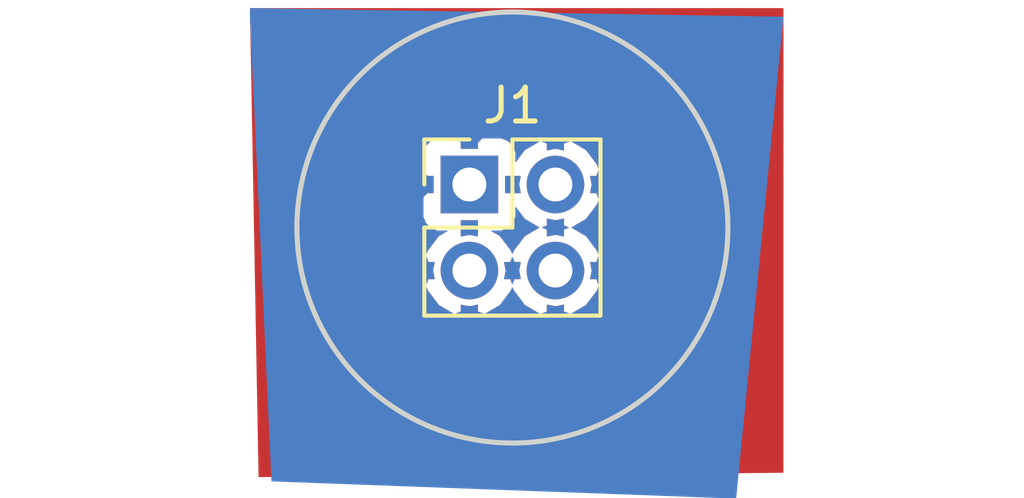
<source format=kicad_pcb>
(kicad_pcb (version 4) (host pcbnew 4.0.7)

  (general
    (links 0)
    (no_connects 0)
    (area 124.437379 88.115379 134.388621 98.066621)
    (thickness 1.6)
    (drawings 4)
    (tracks 0)
    (zones 0)
    (modules 1)
    (nets 1)
  )

  (page A4)
  (layers
    (0 F.Cu signal)
    (31 B.Cu signal)
    (32 B.Adhes user)
    (33 F.Adhes user)
    (34 B.Paste user)
    (35 F.Paste user)
    (36 B.SilkS user)
    (37 F.SilkS user)
    (38 B.Mask user)
    (39 F.Mask user)
    (40 Dwgs.User user)
    (41 Cmts.User user)
    (42 Eco1.User user)
    (43 Eco2.User user)
    (44 Edge.Cuts user)
    (45 Margin user)
    (46 B.CrtYd user)
    (47 F.CrtYd user)
    (48 B.Fab user)
    (49 F.Fab user)
  )

  (setup
    (last_trace_width 0.25)
    (trace_clearance 0.2)
    (zone_clearance 0)
    (zone_45_only no)
    (trace_min 0.2)
    (segment_width 0.2)
    (edge_width 0.15)
    (via_size 0.6)
    (via_drill 0.4)
    (via_min_size 0.4)
    (via_min_drill 0.3)
    (uvia_size 0.3)
    (uvia_drill 0.1)
    (uvias_allowed no)
    (uvia_min_size 0.2)
    (uvia_min_drill 0.1)
    (pcb_text_width 0.3)
    (pcb_text_size 1.5 1.5)
    (mod_edge_width 0.15)
    (mod_text_size 1 1)
    (mod_text_width 0.15)
    (pad_size 1.524 1.524)
    (pad_drill 0.762)
    (pad_to_mask_clearance 0.2)
    (aux_axis_origin 0 0)
    (visible_elements FFFFFF7F)
    (pcbplotparams
      (layerselection 0x00030_80000001)
      (usegerberextensions false)
      (excludeedgelayer true)
      (linewidth 0.100000)
      (plotframeref false)
      (viasonmask false)
      (mode 1)
      (useauxorigin false)
      (hpglpennumber 1)
      (hpglpenspeed 20)
      (hpglpendiameter 15)
      (hpglpenoverlay 2)
      (psnegative false)
      (psa4output false)
      (plotreference true)
      (plotvalue true)
      (plotinvisibletext false)
      (padsonsilk false)
      (subtractmaskfromsilk false)
      (outputformat 1)
      (mirror false)
      (drillshape 1)
      (scaleselection 1)
      (outputdirectory ""))
  )

  (net 0 "")

  (net_class Default "This is the default net class."
    (clearance 0.2)
    (trace_width 0.25)
    (via_dia 0.6)
    (via_drill 0.4)
    (uvia_dia 0.3)
    (uvia_drill 0.1)
  )

  (module Pin_Headers:Pin_Header_Straight_2x02_Pitch2.54mm (layer F.Cu) (tedit 5A0F13F6) (tstamp 5A0F1329)
    (at 128.143 91.694)
    (descr "Through hole straight pin header, 2x02, 2.54mm pitch, double rows")
    (tags "Through hole pin header THT 2x02 2.54mm double row")
    (fp_text reference J1 (at 1.27 -2.33) (layer F.SilkS)
      (effects (font (size 1 1) (thickness 0.15)))
    )
    (fp_text value Pin_Header_Straight_2x02_Pitch2.54mm (at 1.27 4.87) (layer F.Fab)
      (effects (font (size 1 1) (thickness 0.15)))
    )
    (fp_line (start 0 -1.27) (end 3.81 -1.27) (layer F.Fab) (width 0.1))
    (fp_line (start 3.81 -1.27) (end 3.81 3.81) (layer F.Fab) (width 0.1))
    (fp_line (start 3.81 3.81) (end -1.27 3.81) (layer F.Fab) (width 0.1))
    (fp_line (start -1.27 3.81) (end -1.27 0) (layer F.Fab) (width 0.1))
    (fp_line (start -1.27 0) (end 0 -1.27) (layer F.Fab) (width 0.1))
    (fp_line (start -1.33 3.87) (end 3.87 3.87) (layer F.SilkS) (width 0.12))
    (fp_line (start -1.33 1.27) (end -1.33 3.87) (layer F.SilkS) (width 0.12))
    (fp_line (start 3.87 -1.33) (end 3.87 3.87) (layer F.SilkS) (width 0.12))
    (fp_line (start -1.33 1.27) (end 1.27 1.27) (layer F.SilkS) (width 0.12))
    (fp_line (start 1.27 1.27) (end 1.27 -1.33) (layer F.SilkS) (width 0.12))
    (fp_line (start 1.27 -1.33) (end 3.87 -1.33) (layer F.SilkS) (width 0.12))
    (fp_line (start -1.33 0) (end -1.33 -1.33) (layer F.SilkS) (width 0.12))
    (fp_line (start -1.33 -1.33) (end 0 -1.33) (layer F.SilkS) (width 0.12))
    (fp_line (start -1.8 -1.8) (end -1.8 4.35) (layer F.CrtYd) (width 0.05))
    (fp_line (start -1.8 4.35) (end 4.35 4.35) (layer F.CrtYd) (width 0.05))
    (fp_line (start 4.35 4.35) (end 4.35 -1.8) (layer F.CrtYd) (width 0.05))
    (fp_line (start 4.35 -1.8) (end -1.8 -1.8) (layer F.CrtYd) (width 0.05))
    (fp_text user %R (at 1.27 1.27 90) (layer F.Fab)
      (effects (font (size 1 1) (thickness 0.15)))
    )
    (pad 1 thru_hole rect (at 0 0) (size 1.7 1.7) (drill 1) (layers *.Cu *.Mask))
    (pad 2 thru_hole oval (at 2.54 0) (size 1.7 1.7) (drill 1) (layers *.Cu *.Mask))
    (pad 3 thru_hole oval (at 0 2.54) (size 1.7 1.7) (drill 1) (layers *.Cu *.Mask))
    (pad 4 thru_hole oval (at 2.54 2.54) (size 1.7 1.7) (drill 1) (layers *.Cu *.Mask))
    (model ${KISYS3DMOD}/Pin_Headers.3dshapes/Pin_Header_Straight_2x02_Pitch2.54mm.wrl
      (at (xyz 0 0 0))
      (scale (xyz 1 1 1))
      (rotate (xyz 0 0 0))
    )
  )

  (gr_circle (center 129.413 92.964) (end 135.128 95.758) (layer Edge.Cuts) (width 0.15))
  (gr_circle (center 129.413 92.964) (end 135.001 95.123) (layer B.Mask) (width 1.27))
  (gr_circle (center 129.413 92.964) (end 134.747 95.885) (layer F.Mask) (width 1.27))
  (dimension 12.700635 (width 0.3) (layer Dwgs.User)
    (gr_text "0.5000 in" (at 118.24547 93.05472 270.5729387) (layer Dwgs.User)
      (effects (font (size 1.5 1.5) (thickness 0.3)))
    )
    (feature1 (pts (xy 139.954 86.487) (xy 116.832038 86.71822)))
    (feature2 (pts (xy 140.081 99.187) (xy 116.959038 99.41822)))
    (crossbar (pts (xy 119.658903 99.391221) (xy 119.531903 86.691221)))
    (arrow1a (pts (xy 119.531903 86.691221) (xy 120.129559 87.811805)))
    (arrow1b (pts (xy 119.531903 86.691221) (xy 118.956776 87.823532)))
    (arrow2a (pts (xy 119.658903 99.391221) (xy 120.23403 98.25891)))
    (arrow2b (pts (xy 119.658903 99.391221) (xy 119.061247 98.270637)))
  )

  (zone (net 0) (net_name "") (layer F.Cu) (tstamp 5A0F1397) (hatch edge 0.508)
    (connect_pads (clearance 0))
    (min_thickness 0.0254)
    (fill yes (arc_segments 16) (thermal_gap 0.508) (thermal_bridge_width 0.508))
    (polygon
      (pts
        (xy 121.666 86.487) (xy 137.414 86.487) (xy 137.414 100.203) (xy 121.92 100.33)
      )
    )
    (filled_polygon
      (pts
        (xy 137.4013 100.190403) (xy 121.932467 100.317197) (xy 121.756747 90.740427) (xy 126.7723 90.740427) (xy 126.7723 91.322525)
        (xy 126.902475 91.4527) (xy 127.076133 91.4527) (xy 127.076133 91.9353) (xy 126.902475 91.9353) (xy 126.7723 92.065475)
        (xy 126.7723 92.647573) (xy 126.851572 92.838953) (xy 126.998047 92.985428) (xy 127.189426 93.0647) (xy 127.479326 93.0647)
        (xy 127.232244 93.209599) (xy 126.90955 93.636108) (xy 126.848067 93.784595) (xy 126.926169 93.9927) (xy 127.107477 93.9927)
        (xy 127.05948 94.234) (xy 127.107477 94.4753) (xy 126.926169 94.4753) (xy 126.848067 94.683405) (xy 126.90955 94.831892)
        (xy 127.232244 95.258401) (xy 127.693592 95.528954) (xy 127.9017 95.453139) (xy 127.9017 95.252844) (xy 128.12218 95.2967)
        (xy 128.16382 95.2967) (xy 128.3843 95.252844) (xy 128.3843 95.453139) (xy 128.592408 95.528954) (xy 129.053756 95.258401)
        (xy 129.37645 94.831892) (xy 129.413 94.74362) (xy 129.44955 94.831892) (xy 129.772244 95.258401) (xy 130.233592 95.528954)
        (xy 130.4417 95.453139) (xy 130.4417 95.252844) (xy 130.66218 95.2967) (xy 130.70382 95.2967) (xy 130.9243 95.252844)
        (xy 130.9243 95.453139) (xy 131.132408 95.528954) (xy 131.593756 95.258401) (xy 131.91645 94.831892) (xy 131.977933 94.683405)
        (xy 131.899831 94.4753) (xy 131.718523 94.4753) (xy 131.76652 94.234) (xy 131.718523 93.9927) (xy 131.899831 93.9927)
        (xy 131.977933 93.784595) (xy 131.91645 93.636108) (xy 131.593756 93.209599) (xy 131.17496 92.964) (xy 131.593756 92.718401)
        (xy 131.91645 92.291892) (xy 131.977933 92.143405) (xy 131.899831 91.9353) (xy 131.718523 91.9353) (xy 131.76652 91.694)
        (xy 131.718523 91.4527) (xy 131.899831 91.4527) (xy 131.977933 91.244595) (xy 131.91645 91.096108) (xy 131.593756 90.669599)
        (xy 131.132408 90.399046) (xy 130.9243 90.474861) (xy 130.9243 90.675156) (xy 130.70382 90.6313) (xy 130.66218 90.6313)
        (xy 130.4417 90.675156) (xy 130.4417 90.474861) (xy 130.233592 90.399046) (xy 129.772244 90.669599) (xy 129.5137 91.01132)
        (xy 129.5137 90.740427) (xy 129.434428 90.549047) (xy 129.287953 90.402572) (xy 129.096574 90.3233) (xy 128.514475 90.3233)
        (xy 128.3843 90.453475) (xy 128.3843 90.627133) (xy 127.9017 90.627133) (xy 127.9017 90.453475) (xy 127.771525 90.3233)
        (xy 127.189426 90.3233) (xy 126.998047 90.402572) (xy 126.851572 90.549047) (xy 126.7723 90.740427) (xy 121.756747 90.740427)
        (xy 121.678935 86.4997) (xy 137.4013 86.4997)
      )
    )
    (filled_polygon
      (pts
        (xy 129.466169 93.9927) (xy 129.647477 93.9927) (xy 129.59948 94.234) (xy 129.647477 94.4753) (xy 129.466169 94.4753)
        (xy 129.413 94.61697) (xy 129.359831 94.4753) (xy 129.178523 94.4753) (xy 129.22652 94.234) (xy 129.178523 93.9927)
        (xy 129.359831 93.9927) (xy 129.413 93.85103)
      )
    )
    (filled_polygon
      (pts
        (xy 129.772244 92.718401) (xy 130.19104 92.964) (xy 129.772244 93.209599) (xy 129.44955 93.636108) (xy 129.413 93.72438)
        (xy 129.37645 93.636108) (xy 129.053756 93.209599) (xy 128.806674 93.0647) (xy 129.096574 93.0647) (xy 129.287953 92.985428)
        (xy 129.434428 92.838953) (xy 129.5137 92.647573) (xy 129.5137 92.37668)
      )
    )
    (filled_polygon
      (pts
        (xy 130.9243 92.913139) (xy 131.063911 92.964) (xy 130.9243 93.014861) (xy 130.9243 93.215156) (xy 130.70382 93.1713)
        (xy 130.66218 93.1713) (xy 130.4417 93.215156) (xy 130.4417 93.014861) (xy 130.302089 92.964) (xy 130.4417 92.913139)
        (xy 130.4417 92.712844) (xy 130.66218 92.7567) (xy 130.70382 92.7567) (xy 130.9243 92.712844)
      )
    )
    (filled_polygon
      (pts
        (xy 128.3843 92.934525) (xy 128.443184 92.993409) (xy 128.3843 93.014861) (xy 128.3843 93.215156) (xy 128.16382 93.1713)
        (xy 128.12218 93.1713) (xy 127.9017 93.215156) (xy 127.9017 93.014861) (xy 127.842816 92.993409) (xy 127.9017 92.934525)
        (xy 127.9017 92.760867) (xy 128.3843 92.760867)
      )
    )
    (filled_polygon
      (pts
        (xy 129.466169 91.4527) (xy 129.647477 91.4527) (xy 129.59948 91.694) (xy 129.647477 91.9353) (xy 129.466169 91.9353)
        (xy 129.443617 91.995392) (xy 129.383525 91.9353) (xy 129.209867 91.9353) (xy 129.209867 91.4527) (xy 129.383525 91.4527)
        (xy 129.443617 91.392608)
      )
    )
  )
  (zone (net 0) (net_name "") (layer B.Cu) (tstamp 5A0F13B0) (hatch edge 0.508)
    (connect_pads (clearance 0))
    (min_thickness 0.0254)
    (fill yes (arc_segments 16) (thermal_gap 0.508) (thermal_bridge_width 0.508))
    (polygon
      (pts
        (xy 137.414 86.741) (xy 136.017 100.965) (xy 122.301 100.457) (xy 121.666 86.741) (xy 121.666 86.487)
      )
    )
    (filled_polygon
      (pts
        (xy 137.400014 86.753476) (xy 136.005529 100.951867) (xy 122.313146 100.444741) (xy 121.863872 90.740427) (xy 126.7723 90.740427)
        (xy 126.7723 91.322525) (xy 126.902475 91.4527) (xy 127.076133 91.4527) (xy 127.076133 91.9353) (xy 126.902475 91.9353)
        (xy 126.7723 92.065475) (xy 126.7723 92.647573) (xy 126.851572 92.838953) (xy 126.998047 92.985428) (xy 127.189426 93.0647)
        (xy 127.479326 93.0647) (xy 127.232244 93.209599) (xy 126.90955 93.636108) (xy 126.848067 93.784595) (xy 126.926169 93.9927)
        (xy 127.107477 93.9927) (xy 127.05948 94.234) (xy 127.107477 94.4753) (xy 126.926169 94.4753) (xy 126.848067 94.683405)
        (xy 126.90955 94.831892) (xy 127.232244 95.258401) (xy 127.693592 95.528954) (xy 127.9017 95.453139) (xy 127.9017 95.252844)
        (xy 128.12218 95.2967) (xy 128.16382 95.2967) (xy 128.3843 95.252844) (xy 128.3843 95.453139) (xy 128.592408 95.528954)
        (xy 129.053756 95.258401) (xy 129.37645 94.831892) (xy 129.413 94.74362) (xy 129.44955 94.831892) (xy 129.772244 95.258401)
        (xy 130.233592 95.528954) (xy 130.4417 95.453139) (xy 130.4417 95.252844) (xy 130.66218 95.2967) (xy 130.70382 95.2967)
        (xy 130.9243 95.252844) (xy 130.9243 95.453139) (xy 131.132408 95.528954) (xy 131.593756 95.258401) (xy 131.91645 94.831892)
        (xy 131.977933 94.683405) (xy 131.899831 94.4753) (xy 131.718523 94.4753) (xy 131.76652 94.234) (xy 131.718523 93.9927)
        (xy 131.899831 93.9927) (xy 131.977933 93.784595) (xy 131.91645 93.636108) (xy 131.593756 93.209599) (xy 131.17496 92.964)
        (xy 131.593756 92.718401) (xy 131.91645 92.291892) (xy 131.977933 92.143405) (xy 131.899831 91.9353) (xy 131.718523 91.9353)
        (xy 131.76652 91.694) (xy 131.718523 91.4527) (xy 131.899831 91.4527) (xy 131.977933 91.244595) (xy 131.91645 91.096108)
        (xy 131.593756 90.669599) (xy 131.132408 90.399046) (xy 130.9243 90.474861) (xy 130.9243 90.675156) (xy 130.70382 90.6313)
        (xy 130.66218 90.6313) (xy 130.4417 90.675156) (xy 130.4417 90.474861) (xy 130.233592 90.399046) (xy 129.772244 90.669599)
        (xy 129.5137 91.01132) (xy 129.5137 90.740427) (xy 129.434428 90.549047) (xy 129.287953 90.402572) (xy 129.096574 90.3233)
        (xy 128.514475 90.3233) (xy 128.3843 90.453475) (xy 128.3843 90.627133) (xy 127.9017 90.627133) (xy 127.9017 90.453475)
        (xy 127.771525 90.3233) (xy 127.189426 90.3233) (xy 126.998047 90.402572) (xy 126.851572 90.549047) (xy 126.7723 90.740427)
        (xy 121.863872 90.740427) (xy 121.6787 86.740715) (xy 121.6787 86.499906)
      )
    )
    (filled_polygon
      (pts
        (xy 129.466169 93.9927) (xy 129.647477 93.9927) (xy 129.59948 94.234) (xy 129.647477 94.4753) (xy 129.466169 94.4753)
        (xy 129.413 94.61697) (xy 129.359831 94.4753) (xy 129.178523 94.4753) (xy 129.22652 94.234) (xy 129.178523 93.9927)
        (xy 129.359831 93.9927) (xy 129.413 93.85103)
      )
    )
    (filled_polygon
      (pts
        (xy 129.772244 92.718401) (xy 130.19104 92.964) (xy 129.772244 93.209599) (xy 129.44955 93.636108) (xy 129.413 93.72438)
        (xy 129.37645 93.636108) (xy 129.053756 93.209599) (xy 128.806674 93.0647) (xy 129.096574 93.0647) (xy 129.287953 92.985428)
        (xy 129.434428 92.838953) (xy 129.5137 92.647573) (xy 129.5137 92.37668)
      )
    )
    (filled_polygon
      (pts
        (xy 130.9243 92.913139) (xy 131.063911 92.964) (xy 130.9243 93.014861) (xy 130.9243 93.215156) (xy 130.70382 93.1713)
        (xy 130.66218 93.1713) (xy 130.4417 93.215156) (xy 130.4417 93.014861) (xy 130.302089 92.964) (xy 130.4417 92.913139)
        (xy 130.4417 92.712844) (xy 130.66218 92.7567) (xy 130.70382 92.7567) (xy 130.9243 92.712844)
      )
    )
    (filled_polygon
      (pts
        (xy 128.3843 92.934525) (xy 128.443184 92.993409) (xy 128.3843 93.014861) (xy 128.3843 93.215156) (xy 128.16382 93.1713)
        (xy 128.12218 93.1713) (xy 127.9017 93.215156) (xy 127.9017 93.014861) (xy 127.842816 92.993409) (xy 127.9017 92.934525)
        (xy 127.9017 92.760867) (xy 128.3843 92.760867)
      )
    )
    (filled_polygon
      (pts
        (xy 129.466169 91.4527) (xy 129.647477 91.4527) (xy 129.59948 91.694) (xy 129.647477 91.9353) (xy 129.466169 91.9353)
        (xy 129.443617 91.995392) (xy 129.383525 91.9353) (xy 129.209867 91.9353) (xy 129.209867 91.4527) (xy 129.383525 91.4527)
        (xy 129.443617 91.392608)
      )
    )
  )
)

</source>
